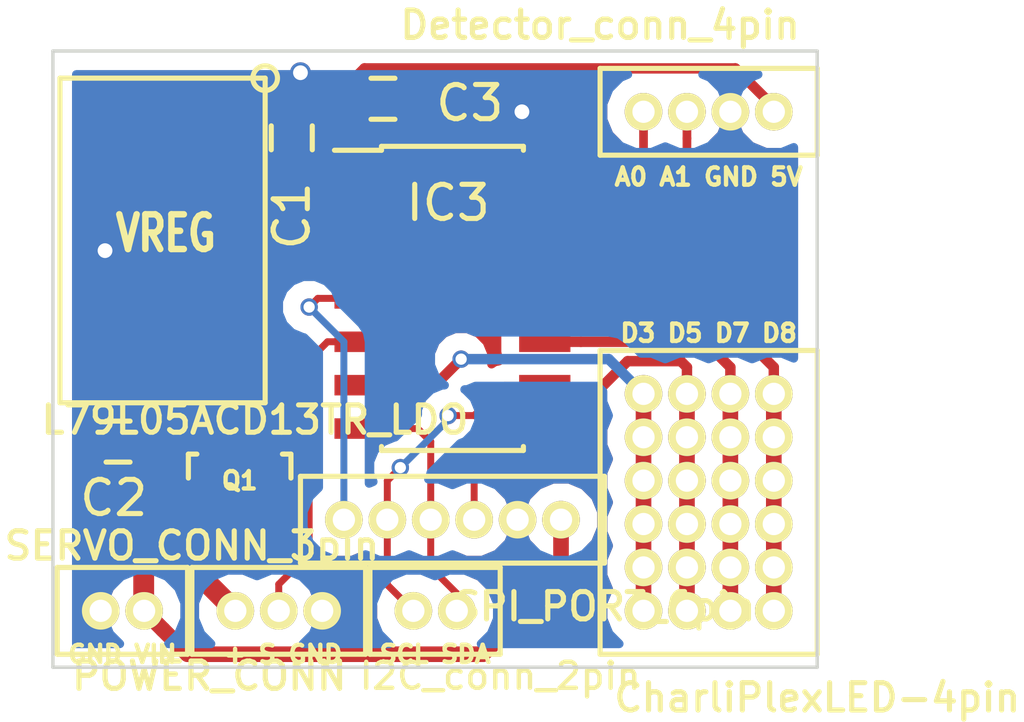
<source format=kicad_pcb>
(kicad_pcb (version 4) (host pcbnew "(2014-12-04 BZR 5312)-product")

  (general
    (links 55)
    (no_connects 19)
    (area 118.410333 27.733 148.746811 49.67)
    (thickness 1.6)
    (drawings 10)
    (tracks 103)
    (zones 0)
    (modules 12)
    (nets 18)
  )

  (page A4)
  (layers
    (0 F.Cu signal)
    (31 B.Cu signal)
    (32 B.Adhes user)
    (33 F.Adhes user)
    (34 B.Paste user)
    (35 F.Paste user)
    (36 B.SilkS user)
    (37 F.SilkS user)
    (38 B.Mask user)
    (39 F.Mask user)
    (40 Dwgs.User user hide)
    (41 Cmts.User user hide)
    (42 Eco1.User user hide)
    (43 Eco2.User user hide)
    (44 Edge.Cuts user)
    (45 Margin user)
    (46 B.CrtYd user)
    (47 F.CrtYd user)
    (48 B.Fab user)
    (49 F.Fab user)
  )

  (setup
    (last_trace_width 0.4572)
    (user_trace_width 0.1524)
    (user_trace_width 0.2032)
    (user_trace_width 0.254)
    (user_trace_width 0.3048)
    (user_trace_width 0.4572)
    (user_trace_width 0.6096)
    (trace_clearance 0.254)
    (zone_clearance 0.508)
    (zone_45_only no)
    (trace_min 0.1524)
    (segment_width 0.2)
    (edge_width 0.1)
    (via_size 0.889)
    (via_drill 0.635)
    (via_min_size 0.508)
    (via_min_drill 0.3302)
    (user_via 0.508 0.3302)
    (user_via 0.6096 0.4318)
    (uvia_size 0.508)
    (uvia_drill 0.127)
    (uvias_allowed no)
    (uvia_min_size 0.508)
    (uvia_min_drill 0.127)
    (pcb_text_width 0.3)
    (pcb_text_size 1.5 1.5)
    (mod_edge_width 0.15)
    (mod_text_size 1 1)
    (mod_text_width 0.15)
    (pad_size 1.1 1.1)
    (pad_drill 0.65)
    (pad_to_mask_clearance 0)
    (aux_axis_origin 0 0)
    (grid_origin 126.746 41.402)
    (visible_elements 7FFEF77F)
    (pcbplotparams
      (layerselection 0x010f0_80000001)
      (usegerberextensions false)
      (excludeedgelayer true)
      (linewidth 0.100000)
      (plotframeref false)
      (viasonmask false)
      (mode 1)
      (useauxorigin false)
      (hpglpennumber 1)
      (hpglpenspeed 20)
      (hpglpendiameter 15)
      (hpglpenoverlay 2)
      (psnegative false)
      (psa4output false)
      (plotreference true)
      (plotvalue false)
      (plotinvisibletext false)
      (padsonsilk false)
      (subtractmaskfromsilk false)
      (outputformat 1)
      (mirror false)
      (drillshape 0)
      (scaleselection 1)
      (outputdirectory C:/KiCad/Projects/AMRR_Node/Gerber/))
  )

  (net 0 "")
  (net 1 +5V)
  (net 2 GND)
  (net 3 SDA)
  (net 4 SCL)
  (net 5 VIN)
  (net 6 CP1)
  (net 7 CP2)
  (net 8 CP3)
  (net 9 CP4)
  (net 10 A0)
  (net 11 A1)
  (net 12 "Net-(IC1-Pad4)")
  (net 13 "Net-(IC3-Pad2)")
  (net 14 SERVO_POWER)
  (net 15 RESET)
  (net 16 SERVO_SIGNAL)
  (net 17 SERVO_POSITIVE)

  (net_class Default "This is the default net class."
    (clearance 0.254)
    (trace_width 0.254)
    (via_dia 0.889)
    (via_drill 0.635)
    (uvia_dia 0.508)
    (uvia_drill 0.127)
    (add_net +5V)
    (add_net A0)
    (add_net A1)
    (add_net CP1)
    (add_net CP2)
    (add_net CP3)
    (add_net CP4)
    (add_net GND)
    (add_net "Net-(IC1-Pad4)")
    (add_net "Net-(IC3-Pad2)")
    (add_net RESET)
    (add_net SCL)
    (add_net SDA)
    (add_net SERVO_POSITIVE)
    (add_net SERVO_POWER)
    (add_net SERVO_SIGNAL)
    (add_net VIN)
  )

  (module Capacitors_SMD:C_0603 (layer F.Cu) (tedit 5515708D) (tstamp 550C62A4)
    (at 127.127 32.258 90)
    (descr "Capacitor SMD 0603, reflow soldering, AVX (see smccp.pdf)")
    (tags "capacitor 0603")
    (path /550C4541)
    (attr smd)
    (fp_text reference C1 (at -2.286 0 90) (layer F.SilkS)
      (effects (font (size 1 1) (thickness 0.15)))
    )
    (fp_text value 0.33uF (at 0 1.9 90) (layer F.Fab)
      (effects (font (size 1 1) (thickness 0.15)))
    )
    (fp_line (start -1.45 -0.75) (end 1.45 -0.75) (layer F.CrtYd) (width 0.05))
    (fp_line (start -1.45 0.75) (end 1.45 0.75) (layer F.CrtYd) (width 0.05))
    (fp_line (start -1.45 -0.75) (end -1.45 0.75) (layer F.CrtYd) (width 0.05))
    (fp_line (start 1.45 -0.75) (end 1.45 0.75) (layer F.CrtYd) (width 0.05))
    (fp_line (start -0.35 -0.6) (end 0.35 -0.6) (layer F.SilkS) (width 0.15))
    (fp_line (start 0.35 0.6) (end -0.35 0.6) (layer F.SilkS) (width 0.15))
    (pad 1 smd rect (at -0.75 0 90) (size 0.8 0.75) (layers F.Cu F.Paste F.Mask)
      (net 1 +5V))
    (pad 2 smd rect (at 0.75 0 90) (size 0.8 0.75) (layers F.Cu F.Paste F.Mask)
      (net 2 GND))
    (model Capacitors_SMD.3dshapes/C_0603.wrl
      (at (xyz 0 0 0))
      (scale (xyz 1 1 1))
      (rotate (xyz 0 0 0))
    )
  )

  (module Capacitors_SMD:C_0603 (layer F.Cu) (tedit 551570DE) (tstamp 550C62AA)
    (at 122.047 41.148 180)
    (descr "Capacitor SMD 0603, reflow soldering, AVX (see smccp.pdf)")
    (tags "capacitor 0603")
    (path /550C4566)
    (attr smd)
    (fp_text reference C2 (at 0.127 -1.651 180) (layer F.SilkS)
      (effects (font (size 1 1) (thickness 0.15)))
    )
    (fp_text value 0.1uF (at 0 1.9 180) (layer F.Fab)
      (effects (font (size 1 1) (thickness 0.15)))
    )
    (fp_line (start -1.45 -0.75) (end 1.45 -0.75) (layer F.CrtYd) (width 0.05))
    (fp_line (start -1.45 0.75) (end 1.45 0.75) (layer F.CrtYd) (width 0.05))
    (fp_line (start -1.45 -0.75) (end -1.45 0.75) (layer F.CrtYd) (width 0.05))
    (fp_line (start 1.45 -0.75) (end 1.45 0.75) (layer F.CrtYd) (width 0.05))
    (fp_line (start -0.35 -0.6) (end 0.35 -0.6) (layer F.SilkS) (width 0.15))
    (fp_line (start 0.35 0.6) (end -0.35 0.6) (layer F.SilkS) (width 0.15))
    (pad 1 smd rect (at -0.75 0 180) (size 0.8 0.75) (layers F.Cu F.Paste F.Mask)
      (net 5 VIN))
    (pad 2 smd rect (at 0.75 0 180) (size 0.8 0.75) (layers F.Cu F.Paste F.Mask)
      (net 2 GND))
    (model Capacitors_SMD.3dshapes/C_0603.wrl
      (at (xyz 0 0 0))
      (scale (xyz 1 1 1))
      (rotate (xyz 0 0 0))
    )
  )

  (module Capacitors_SMD:C_0603 (layer F.Cu) (tedit 551570D6) (tstamp 550C62B0)
    (at 129.794 31.115)
    (descr "Capacitor SMD 0603, reflow soldering, AVX (see smccp.pdf)")
    (tags "capacitor 0603")
    (path /550B1A0D)
    (attr smd)
    (fp_text reference C3 (at 2.54 0.127) (layer F.SilkS)
      (effects (font (size 1 1) (thickness 0.15)))
    )
    (fp_text value C (at 0 1.9) (layer F.Fab)
      (effects (font (size 1 1) (thickness 0.15)))
    )
    (fp_line (start -1.45 -0.75) (end 1.45 -0.75) (layer F.CrtYd) (width 0.05))
    (fp_line (start -1.45 0.75) (end 1.45 0.75) (layer F.CrtYd) (width 0.05))
    (fp_line (start -1.45 -0.75) (end -1.45 0.75) (layer F.CrtYd) (width 0.05))
    (fp_line (start 1.45 -0.75) (end 1.45 0.75) (layer F.CrtYd) (width 0.05))
    (fp_line (start -0.35 -0.6) (end 0.35 -0.6) (layer F.SilkS) (width 0.15))
    (fp_line (start 0.35 0.6) (end -0.35 0.6) (layer F.SilkS) (width 0.15))
    (pad 1 smd rect (at -0.75 0) (size 0.8 0.75) (layers F.Cu F.Paste F.Mask)
      (net 1 +5V))
    (pad 2 smd rect (at 0.75 0) (size 0.8 0.75) (layers F.Cu F.Paste F.Mask)
      (net 2 GND))
    (model Capacitors_SMD.3dshapes/C_0603.wrl
      (at (xyz 0 0 0))
      (scale (xyz 1 1 1))
      (rotate (xyz 0 0 0))
    )
  )

  (module custom_footprints:I2C_conn_2pin (layer F.Cu) (tedit 550C5A01) (tstamp 550C62BA)
    (at 130.683 46.101 180)
    (path /550C6329)
    (fp_text reference conn1 (at -1.27 2.54 180) (layer F.SilkS) hide
      (effects (font (size 1.5 1.5) (thickness 0.15)))
    )
    (fp_text value I2C_conn_2pin (at -2.54 -1.905 180) (layer F.SilkS)
      (effects (font (size 0.762 0.762) (thickness 0.127)))
    )
    (fp_line (start -2.54 -1.27) (end -2.54 1.27) (layer F.SilkS) (width 0.15))
    (fp_line (start -2.54 1.27) (end 1.27 1.27) (layer F.SilkS) (width 0.15))
    (fp_line (start 1.27 1.27) (end 1.27 -1.27) (layer F.SilkS) (width 0.15))
    (fp_line (start 1.27 -1.27) (end -2.54 -1.27) (layer F.SilkS) (width 0.15))
    (pad 1 thru_hole circle (at -1.27 0 180) (size 1.1 1.1) (drill 0.65) (layers *.Cu *.Mask F.SilkS)
      (net 3 SDA) (solder_mask_margin 0.1778) (clearance 0.1778))
    (pad 2 thru_hole circle (at 0 0 180) (size 1.1 1.1) (drill 0.65) (layers *.Cu *.Mask F.SilkS)
      (net 4 SCL) (solder_mask_margin 0.1778) (clearance 0.1778))
  )

  (module custom_footprints:PWR_CONN_1.27mm (layer F.Cu) (tedit 550C5A87) (tstamp 550C62C4)
    (at 122.809 46.101 180)
    (path /550C63FC)
    (fp_text reference conn2 (at 0.635 3.175 180) (layer F.SilkS) hide
      (effects (font (size 1.5 1.5) (thickness 0.15)))
    )
    (fp_text value POWER_CONN (at -1.905 -1.905 180) (layer F.SilkS)
      (effects (font (size 0.8 0.8) (thickness 0.15)))
    )
    (fp_line (start -1.27 -1.27) (end -1.27 1.27) (layer F.SilkS) (width 0.15))
    (fp_line (start -1.27 1.27) (end 2.54 1.27) (layer F.SilkS) (width 0.15))
    (fp_line (start 2.54 1.27) (end 2.54 -1.27) (layer F.SilkS) (width 0.15))
    (fp_line (start 2.54 -1.27) (end -1.27 -1.27) (layer F.SilkS) (width 0.15))
    (pad 1 thru_hole circle (at 0 0 180) (size 1.1 1.1) (drill 0.65) (layers *.Cu *.Mask F.SilkS)
      (net 5 VIN))
    (pad 2 thru_hole circle (at 1.27 0 180) (size 1.1 1.1) (drill 0.65) (layers *.Cu *.Mask F.SilkS)
      (net 2 GND))
  )

  (module custom_footprints:Charliplex_LED_4pin (layer F.Cu) (tedit 550C5BB9) (tstamp 55156FCD)
    (at 139.954 39.751 180)
    (path /550C55AF)
    (fp_text reference IC2 (at 0.635 3.175 180) (layer F.SilkS) hide
      (effects (font (size 1.5 1.5) (thickness 0.15)))
    )
    (fp_text value CharliPlexLED-4pin (at -2.54 -8.89 180) (layer F.SilkS)
      (effects (font (size 0.8 0.8) (thickness 0.15)))
    )
    (fp_line (start -2.54 -7.62) (end -2.54 1.27) (layer F.SilkS) (width 0.15))
    (fp_line (start -2.54 1.27) (end 3.81 1.27) (layer F.SilkS) (width 0.15))
    (fp_line (start 3.81 1.27) (end 3.81 -7.62) (layer F.SilkS) (width 0.15))
    (fp_line (start 3.81 -7.62) (end -2.54 -7.62) (layer F.SilkS) (width 0.15))
    (pad 1 thru_hole circle (at -1.27 0 180) (size 1.1 1.1) (drill 0.65) (layers *.Cu *.Mask F.SilkS)
      (net 6 CP1))
    (pad 2 thru_hole circle (at 0 0 180) (size 1.1 1.1) (drill 0.65) (layers *.Cu *.Mask F.SilkS)
      (net 7 CP2))
    (pad 3 thru_hole circle (at 1.27 0 180) (size 1.1 1.1) (drill 0.65) (layers *.Cu *.Mask F.SilkS)
      (net 8 CP3))
    (pad 4 thru_hole circle (at 2.54 0 180) (size 1.1 1.1) (drill 0.65) (layers *.Cu *.Mask F.SilkS)
      (net 9 CP4))
    (pad 4 thru_hole circle (at 2.54 -1.27 180) (size 1.1 1.1) (drill 0.65) (layers *.Cu *.Mask F.SilkS)
      (net 9 CP4))
    (pad 4 thru_hole circle (at 2.54 -2.54 180) (size 1.1 1.1) (drill 0.65) (layers *.Cu *.Mask F.SilkS)
      (net 9 CP4))
    (pad 4 thru_hole circle (at 2.54 -3.81 180) (size 1.1 1.1) (drill 0.65) (layers *.Cu *.Mask F.SilkS)
      (net 9 CP4))
    (pad 4 thru_hole circle (at 2.54 -5.08 180) (size 1.1 1.1) (drill 0.65) (layers *.Cu *.Mask F.SilkS)
      (net 9 CP4))
    (pad 4 thru_hole circle (at 2.54 -6.35 180) (size 1.1 1.1) (drill 0.65) (layers *.Cu *.Mask F.SilkS)
      (net 9 CP4))
    (pad 3 thru_hole circle (at 1.27 -1.27 180) (size 1.1 1.1) (drill 0.65) (layers *.Cu *.Mask F.SilkS)
      (net 8 CP3))
    (pad 3 thru_hole circle (at 1.27 -2.54 180) (size 1.1 1.1) (drill 0.65) (layers *.Cu *.Mask F.SilkS)
      (net 8 CP3))
    (pad 3 thru_hole circle (at 1.27 -3.81 180) (size 1.1 1.1) (drill 0.65) (layers *.Cu *.Mask F.SilkS)
      (net 8 CP3))
    (pad 3 thru_hole circle (at 1.27 -5.08 180) (size 1.1 1.1) (drill 0.65) (layers *.Cu *.Mask F.SilkS)
      (net 8 CP3))
    (pad 3 thru_hole circle (at 1.27 -6.35 180) (size 1.1 1.1) (drill 0.65) (layers *.Cu *.Mask F.SilkS)
      (net 8 CP3))
    (pad 2 thru_hole circle (at 0 -1.27 180) (size 1.1 1.1) (drill 0.65) (layers *.Cu *.Mask F.SilkS)
      (net 7 CP2))
    (pad 2 thru_hole circle (at 0 -2.54 180) (size 1.1 1.1) (drill 0.65) (layers *.Cu *.Mask F.SilkS)
      (net 7 CP2))
    (pad 2 thru_hole circle (at 0 -3.81 180) (size 1.1 1.1) (drill 0.65) (layers *.Cu *.Mask F.SilkS)
      (net 7 CP2))
    (pad 2 thru_hole circle (at 0 -5.08 180) (size 1.1 1.1) (drill 0.65) (layers *.Cu *.Mask F.SilkS)
      (net 7 CP2))
    (pad 2 thru_hole circle (at 0 -6.35 180) (size 1.1 1.1) (drill 0.65) (layers *.Cu *.Mask F.SilkS)
      (net 7 CP2))
    (pad 1 thru_hole circle (at -1.27 -1.27 180) (size 1.1 1.1) (drill 0.65) (layers *.Cu *.Mask F.SilkS)
      (net 6 CP1))
    (pad 1 thru_hole circle (at -1.27 -2.54 180) (size 1.1 1.1) (drill 0.65) (layers *.Cu *.Mask F.SilkS)
      (net 6 CP1))
    (pad 1 thru_hole circle (at -1.27 -3.81 180) (size 1.1 1.1) (drill 0.65) (layers *.Cu *.Mask F.SilkS)
      (net 6 CP1))
    (pad 1 thru_hole circle (at -1.27 -5.08 180) (size 1.1 1.1) (drill 0.65) (layers *.Cu *.Mask F.SilkS)
      (net 6 CP1))
    (pad 1 thru_hole circle (at -1.27 -6.35 180) (size 1.1 1.1) (drill 0.65) (layers *.Cu *.Mask F.SilkS)
      (net 6 CP1))
  )

  (module custom_footprints:Detector_conn_4pin (layer F.Cu) (tedit 550C5D0A) (tstamp 550C6301)
    (at 139.319 31.496)
    (path /550CB55C)
    (fp_text reference U3 (at 0 4.445) (layer F.SilkS) hide
      (effects (font (size 1.5 1.5) (thickness 0.15)))
    )
    (fp_text value Detector_conn_4pin (at -3.175 -2.54) (layer F.SilkS)
      (effects (font (size 0.8 0.8) (thickness 0.15)))
    )
    (fp_line (start -3.175 -1.27) (end 3.175 -1.27) (layer F.SilkS) (width 0.15))
    (fp_line (start 3.175 -1.27) (end 3.175 1.27) (layer F.SilkS) (width 0.15))
    (fp_line (start 3.175 1.27) (end -3.175 1.27) (layer F.SilkS) (width 0.15))
    (fp_line (start -3.175 1.27) (end -3.175 -1.27) (layer F.SilkS) (width 0.15))
    (pad 1 thru_hole circle (at -1.905 0) (size 1.1 1.1) (drill 0.65) (layers *.Cu *.Mask F.SilkS)
      (net 10 A0))
    (pad 2 thru_hole circle (at -0.635 0) (size 1.1 1.1) (drill 0.65) (layers *.Cu *.Mask F.SilkS)
      (net 11 A1))
    (pad 3 thru_hole circle (at 0.635 0) (size 1.1 1.1) (drill 0.65) (layers *.Cu *.Mask F.SilkS)
      (net 2 GND))
    (pad 4 thru_hole circle (at 1.905 0) (size 1.1 1.1) (drill 0.65) (layers *.Cu *.Mask F.SilkS)
      (net 1 +5V))
  )

  (module custom_footprints:SO8-L79L (layer F.Cu) (tedit 550C632B) (tstamp 55157EC6)
    (at 125.349 32.512 180)
    (path /550C44D3)
    (fp_text reference IC1 (at 2.1 3.6 180) (layer F.SilkS) hide
      (effects (font (size 1 1) (thickness 0.15)))
    )
    (fp_text value L79L05ACD13TR_LDO (at -0.7 -8 180) (layer F.SilkS)
      (effects (font (size 0.8 0.8) (thickness 0.15)))
    )
    (fp_circle (center -1 2) (end -0.7 2.2) (layer F.SilkS) (width 0.15))
    (fp_line (start -1 -7.5) (end -1 2) (layer F.SilkS) (width 0.15))
    (fp_line (start -1 2) (end 5 2) (layer F.SilkS) (width 0.15))
    (fp_line (start 5 2) (end 5 -7.5) (layer F.SilkS) (width 0.15))
    (fp_line (start 5 -7.5) (end -1 -7.5) (layer F.SilkS) (width 0.15))
    (pad 3 smd rect (at 0 0 180) (size 0.6 2.7) (layers F.Cu F.Paste F.Mask)
      (net 1 +5V))
    (pad 1 smd rect (at 1.27 0 180) (size 0.6 2.7) (layers F.Cu F.Paste F.Mask)
      (net 5 VIN))
    (pad 1 smd rect (at 2.54 0 180) (size 0.6 2.7) (layers F.Cu F.Paste F.Mask)
      (net 5 VIN))
    (pad 4 smd rect (at 3.81 0 180) (size 0.6 2.7) (layers F.Cu F.Paste F.Mask)
      (net 12 "Net-(IC1-Pad4)"))
    (pad 4 smd rect (at 0 -5.3 180) (size 0.6 2.7) (layers F.Cu F.Paste F.Mask)
      (net 12 "Net-(IC1-Pad4)"))
    (pad 1 smd rect (at 1.27 -5.28 180) (size 0.6 2.7) (layers F.Cu F.Paste F.Mask)
      (net 5 VIN))
    (pad 1 smd rect (at 2.54 -5.28 180) (size 0.6 2.7) (layers F.Cu F.Paste F.Mask)
      (net 5 VIN))
    (pad 2 smd rect (at 3.81 -5.28 180) (size 0.6 2.7) (layers F.Cu F.Paste F.Mask)
      (net 2 GND))
  )

  (module Housings_SOIC:SOIC-14_3.9x8.7mm_Pitch1.27mm (layer F.Cu) (tedit 550C69C6) (tstamp 55156FEB)
    (at 131.826 36.957)
    (descr "14-Lead Plastic Small Outline (SL) - Narrow, 3.90 mm Body [SOIC] (see Microchip Packaging Specification 00000049BS.pdf)")
    (tags "SOIC 1.27")
    (path /550B19CC)
    (attr smd)
    (fp_text reference IC3 (at -0.127 -2.794) (layer F.SilkS)
      (effects (font (size 1 1) (thickness 0.15)))
    )
    (fp_text value ATTINY841-SSU (at 0 5.375) (layer F.Fab)
      (effects (font (size 1 1) (thickness 0.15)))
    )
    (fp_line (start -3.7 -4.65) (end -3.7 4.65) (layer F.CrtYd) (width 0.05))
    (fp_line (start 3.7 -4.65) (end 3.7 4.65) (layer F.CrtYd) (width 0.05))
    (fp_line (start -3.7 -4.65) (end 3.7 -4.65) (layer F.CrtYd) (width 0.05))
    (fp_line (start -3.7 4.65) (end 3.7 4.65) (layer F.CrtYd) (width 0.05))
    (fp_line (start -2.075 -4.45) (end -2.075 -4.335) (layer F.SilkS) (width 0.15))
    (fp_line (start 2.075 -4.45) (end 2.075 -4.335) (layer F.SilkS) (width 0.15))
    (fp_line (start 2.075 4.45) (end 2.075 4.335) (layer F.SilkS) (width 0.15))
    (fp_line (start -2.075 4.45) (end -2.075 4.335) (layer F.SilkS) (width 0.15))
    (fp_line (start -2.075 -4.45) (end 2.075 -4.45) (layer F.SilkS) (width 0.15))
    (fp_line (start -2.075 4.45) (end 2.075 4.45) (layer F.SilkS) (width 0.15))
    (fp_line (start -2.075 -4.335) (end -3.45 -4.335) (layer F.SilkS) (width 0.15))
    (pad 1 smd rect (at -2.7 -3.81) (size 1.5 0.6) (layers F.Cu F.Paste F.Mask)
      (net 1 +5V))
    (pad 2 smd rect (at -2.7 -2.54) (size 1.5 0.6) (layers F.Cu F.Paste F.Mask)
      (net 13 "Net-(IC3-Pad2)"))
    (pad 3 smd rect (at -2.7 -1.27) (size 1.5 0.6) (layers F.Cu F.Paste F.Mask)
      (net 14 SERVO_POWER))
    (pad 4 smd rect (at -2.7 0) (size 1.5 0.6) (layers F.Cu F.Paste F.Mask)
      (net 15 RESET))
    (pad 5 smd rect (at -2.7 1.27) (size 1.5 0.6) (layers F.Cu F.Paste F.Mask)
      (net 16 SERVO_SIGNAL))
    (pad 6 smd rect (at -2.7 2.54) (size 1.5 0.6) (layers F.Cu F.Paste F.Mask)
      (net 9 CP4))
    (pad 7 smd rect (at -2.7 3.81) (size 1.5 0.6) (layers F.Cu F.Paste F.Mask)
      (net 3 SDA))
    (pad 8 smd rect (at 2.7 3.81) (size 1.5 0.6) (layers F.Cu F.Paste F.Mask)
      (net 8 CP3))
    (pad 9 smd rect (at 2.7 2.54) (size 1.5 0.6) (layers F.Cu F.Paste F.Mask)
      (net 4 SCL))
    (pad 10 smd rect (at 2.7 1.27) (size 1.5 0.6) (layers F.Cu F.Paste F.Mask)
      (net 7 CP2))
    (pad 11 smd rect (at 2.7 0) (size 1.5 0.6) (layers F.Cu F.Paste F.Mask)
      (net 6 CP1))
    (pad 12 smd rect (at 2.7 -1.27) (size 1.5 0.6) (layers F.Cu F.Paste F.Mask)
      (net 11 A1))
    (pad 13 smd rect (at 2.7 -2.54) (size 1.5 0.6) (layers F.Cu F.Paste F.Mask)
      (net 10 A0))
    (pad 14 smd rect (at 2.7 -3.81) (size 1.5 0.6) (layers F.Cu F.Paste F.Mask)
      (net 2 GND))
    (model Housings_SOIC.3dshapes/SOIC-14_3.9x8.7mm_Pitch1.27mm.wrl
      (at (xyz 0 0 0))
      (scale (xyz 1 1 1))
      (rotate (xyz 0 0 0))
    )
  )

  (module Housings_SOT-23_SOT-143_TSOT-6:SOT-23 (layer F.Cu) (tedit 55157F82) (tstamp 550C6851)
    (at 125.603 42.164)
    (descr "SOT-23, Standard")
    (tags SOT-23)
    (path /550C6457)
    (attr smd)
    (fp_text reference Q1 (at 0 0.127) (layer F.SilkS)
      (effects (font (size 0.508 0.508) (thickness 0.127)))
    )
    (fp_text value NPN (at 0 3.81) (layer F.Fab)
      (effects (font (size 1 1) (thickness 0.15)))
    )
    (fp_line (start 1.29916 -0.65024) (end 1.2509 -0.65024) (layer F.SilkS) (width 0.15))
    (fp_line (start -1.49982 0.0508) (end -1.49982 -0.65024) (layer F.SilkS) (width 0.15))
    (fp_line (start -1.49982 -0.65024) (end -1.2509 -0.65024) (layer F.SilkS) (width 0.15))
    (fp_line (start 1.29916 -0.65024) (end 1.49982 -0.65024) (layer F.SilkS) (width 0.15))
    (fp_line (start 1.49982 -0.65024) (end 1.49982 0.0508) (layer F.SilkS) (width 0.15))
    (pad 1 smd rect (at -0.95 1.00076) (size 0.8001 0.8001) (layers F.Cu F.Paste F.Mask)
      (net 17 SERVO_POSITIVE))
    (pad 2 smd rect (at 0.95 1.00076) (size 0.8001 0.8001) (layers F.Cu F.Paste F.Mask)
      (net 14 SERVO_POWER))
    (pad 3 smd rect (at 0 -0.99822) (size 0.8001 0.8001) (layers F.Cu F.Paste F.Mask)
      (net 5 VIN))
    (model Housings_SOT-23_SOT-143_TSOT-6.3dshapes/SOT-23.wrl
      (at (xyz 0 0 0))
      (scale (xyz 1 1 1))
      (rotate (xyz 0 0 0))
    )
  )

  (module custom_footprints:SPI_PORT_6pin (layer F.Cu) (tedit 550C68A9) (tstamp 550C6FB5)
    (at 132.461 43.434 180)
    (path /550C9EBE)
    (fp_text reference U2 (at 0 3.81 180) (layer F.SilkS) hide
      (effects (font (size 1.5 1.5) (thickness 0.15)))
    )
    (fp_text value SPI_PORT_6pin (at -3.81 -2.54 180) (layer F.SilkS)
      (effects (font (size 0.8 0.8) (thickness 0.15)))
    )
    (fp_line (start 3.81 -1.27) (end 5.08 -1.27) (layer F.SilkS) (width 0.15))
    (fp_line (start 5.08 -1.27) (end 5.08 1.27) (layer F.SilkS) (width 0.15))
    (fp_line (start 5.08 1.27) (end 3.81 1.27) (layer F.SilkS) (width 0.15))
    (fp_line (start -3.81 -1.27) (end 3.81 -1.27) (layer F.SilkS) (width 0.15))
    (fp_line (start 3.81 1.27) (end -3.81 1.27) (layer F.SilkS) (width 0.15))
    (fp_line (start -3.81 1.27) (end -3.81 -1.27) (layer F.SilkS) (width 0.15))
    (pad 6 thru_hole circle (at 3.81 0 180) (size 1.1 1.1) (drill 0.65) (layers *.Cu *.Mask F.SilkS)
      (net 15 RESET))
    (pad 1 thru_hole circle (at -2.54 0 180) (size 1.1 1.1) (drill 0.65) (layers *.Cu *.Mask F.SilkS)
      (net 5 VIN))
    (pad 2 thru_hole circle (at -1.27 0 180) (size 1.1 1.1) (drill 0.65) (layers *.Cu *.Mask F.SilkS)
      (net 2 GND))
    (pad 3 thru_hole circle (at 0 0 180) (size 1.1 1.1) (drill 0.65) (layers *.Cu *.Mask F.SilkS)
      (net 8 CP3))
    (pad 4 thru_hole circle (at 1.27 0 180) (size 1.1 1.1) (drill 0.65) (layers *.Cu *.Mask F.SilkS)
      (net 3 SDA))
    (pad 5 thru_hole circle (at 2.54 0 180) (size 1.1 1.1) (drill 0.65) (layers *.Cu *.Mask F.SilkS)
      (net 4 SCL))
  )

  (module custom_footprints:SERVO_CONN_3pin_corrected (layer F.Cu) (tedit 550C6AD4) (tstamp 55156ACA)
    (at 126.746 46.101)
    (path /550C96AD)
    (fp_text reference U1 (at 0 2.54) (layer F.SilkS) hide
      (effects (font (size 1 1) (thickness 0.15)))
    )
    (fp_text value SERVO_CONN_3pin (at -2.54 -1.905) (layer F.SilkS)
      (effects (font (size 0.8 0.8) (thickness 0.15)))
    )
    (fp_line (start -2.54 -1.27) (end 2.54 -1.27) (layer F.SilkS) (width 0.15))
    (fp_line (start 2.54 -1.27) (end 2.54 1.27) (layer F.SilkS) (width 0.15))
    (fp_line (start 2.54 1.27) (end -2.54 1.27) (layer F.SilkS) (width 0.15))
    (fp_line (start -2.54 1.27) (end -2.54 -1.27) (layer F.SilkS) (width 0.15))
    (pad 1 thru_hole circle (at -1.27 0) (size 1.1 1.1) (drill 0.65) (layers *.Cu *.Mask F.SilkS)
      (net 17 SERVO_POSITIVE))
    (pad 2 thru_hole circle (at 0 0) (size 1.1 1.1) (drill 0.65) (layers *.Cu *.Mask F.SilkS)
      (net 16 SERVO_SIGNAL))
    (pad 3 thru_hole circle (at 1.27 0) (size 1.1 1.1) (drill 0.65) (layers *.Cu *.Mask F.SilkS)
      (net 2 GND))
  )

  (gr_text "GND VIN\n" (at 122.174 47.371) (layer F.SilkS)
    (effects (font (size 0.508 0.508) (thickness 0.127)))
  )
  (gr_text "+ S GND" (at 126.873 47.371) (layer F.SilkS)
    (effects (font (size 0.508 0.508) (thickness 0.127)))
  )
  (gr_text "SCL SDA" (at 131.318 47.371) (layer F.SilkS)
    (effects (font (size 0.508 0.508) (thickness 0.127)))
  )
  (gr_text "A0 A1 GND 5V" (at 139.319 33.401) (layer F.SilkS)
    (effects (font (size 0.508 0.508) (thickness 0.127)))
  )
  (gr_text VREG (at 123.444 35.052) (layer F.SilkS)
    (effects (font (size 1.016 0.762) (thickness 0.1905)))
  )
  (gr_text "D3 D5 D7 D8" (at 139.319 37.973) (layer F.SilkS)
    (effects (font (size 0.508 0.508) (thickness 0.127)))
  )
  (gr_line (start 120.142 47.752) (end 120.142 29.718) (angle 90) (layer Edge.Cuts) (width 0.1))
  (gr_line (start 142.494 47.752) (end 120.142 47.752) (angle 90) (layer Edge.Cuts) (width 0.1))
  (gr_line (start 142.494 29.718) (end 142.494 47.752) (angle 90) (layer Edge.Cuts) (width 0.1))
  (gr_line (start 120.142 29.718) (end 142.494 29.718) (angle 90) (layer Edge.Cuts) (width 0.1))

  (segment (start 141.224 31.496) (end 141.224 31.350526) (width 0.3048) (layer F.Cu) (net 1))
  (segment (start 141.224 31.350526) (end 140.099474 30.226) (width 0.3048) (layer F.Cu) (net 1))
  (segment (start 140.099474 30.226) (end 129.2532 30.226) (width 0.3048) (layer F.Cu) (net 1))
  (segment (start 129.2532 30.226) (end 129.044 30.4352) (width 0.3048) (layer F.Cu) (net 1))
  (segment (start 129.044 30.4352) (end 129.044 31.115) (width 0.3048) (layer F.Cu) (net 1))
  (segment (start 125.349 32.512) (end 125.349 32.639) (width 0.6096) (layer F.Cu) (net 1))
  (segment (start 125.349 32.639) (end 125.718 33.008) (width 0.6096) (layer F.Cu) (net 1) (tstamp 55157F9B))
  (segment (start 125.718 33.008) (end 128.987 33.008) (width 0.6096) (layer F.Cu) (net 1) (tstamp 55157F9F))
  (segment (start 128.987 33.008) (end 129.126 33.147) (width 0.6096) (layer F.Cu) (net 1) (tstamp 55157FA0))
  (segment (start 128.987 33.008) (end 129.044 32.951) (width 0.6096) (layer F.Cu) (net 1) (tstamp 5515726D))
  (segment (start 129.044 32.951) (end 129.044 31.115) (width 0.6096) (layer F.Cu) (net 1) (tstamp 5515726F))
  (segment (start 121.539 37.792) (end 121.539 35.687) (width 0.4572) (layer F.Cu) (net 2))
  (segment (start 121.539 35.687) (end 121.666 35.56) (width 0.4572) (layer F.Cu) (net 2))
  (via (at 121.666 35.56) (size 0.6096) (drill 0.4318) (layers F.Cu B.Cu) (net 2))
  (segment (start 121.539 37.792) (end 121.539 40.906) (width 0.4572) (layer F.Cu) (net 2))
  (segment (start 121.539 40.906) (end 121.297 41.148) (width 0.4572) (layer F.Cu) (net 2) (tstamp 55159898))
  (segment (start 127.127 31.508) (end 127.127 30.607) (width 0.4572) (layer F.Cu) (net 2))
  (via (at 127.381 30.353) (size 0.6096) (drill 0.4318) (layers F.Cu B.Cu) (net 2))
  (segment (start 127.127 30.607) (end 127.381 30.353) (width 0.4572) (layer F.Cu) (net 2) (tstamp 55159874))
  (segment (start 130.544 31.115) (end 133.477 31.115) (width 0.4572) (layer F.Cu) (net 2))
  (segment (start 134.526 32.164) (end 133.858 31.496) (width 0.4572) (layer F.Cu) (net 2) (tstamp 55159844))
  (via (at 133.858 31.496) (size 0.6096) (drill 0.4318) (layers F.Cu B.Cu) (net 2))
  (segment (start 134.526 32.164) (end 134.526 33.147) (width 0.4572) (layer F.Cu) (net 2))
  (segment (start 133.477 31.115) (end 133.858 31.496) (width 0.4572) (layer F.Cu) (net 2) (tstamp 55159860))
  (segment (start 129.126 40.767) (end 130.81 40.767) (width 0.2032) (layer F.Cu) (net 3))
  (segment (start 131.191 41.148) (end 131.191 43.434) (width 0.2032) (layer F.Cu) (net 3) (tstamp 55157FE8))
  (segment (start 130.81 40.767) (end 131.191 41.148) (width 0.2032) (layer F.Cu) (net 3) (tstamp 55157FE4))
  (segment (start 131.953 46.101) (end 131.953 45.593) (width 0.2032) (layer F.Cu) (net 3))
  (segment (start 131.953 45.593) (end 131.191 44.831) (width 0.2032) (layer F.Cu) (net 3) (tstamp 55157FCC))
  (segment (start 131.191 44.831) (end 131.191 43.434) (width 0.2032) (layer F.Cu) (net 3) (tstamp 55157FCE))
  (segment (start 131.699 40.386) (end 132.461 40.386) (width 0.2032) (layer F.Cu) (net 4))
  (segment (start 132.461 40.386) (end 133.35 39.497) (width 0.2032) (layer F.Cu) (net 4))
  (segment (start 133.35 39.497) (end 134.526 39.497) (width 0.2032) (layer F.Cu) (net 4))
  (segment (start 129.921 43.434) (end 129.921 42.291) (width 0.2032) (layer F.Cu) (net 4))
  (via (at 131.699 40.386) (size 0.508) (drill 0.3302) (layers F.Cu B.Cu) (net 4))
  (segment (start 131.699 40.513) (end 131.699 40.386) (width 0.2032) (layer B.Cu) (net 4) (tstamp 55158007))
  (segment (start 130.302 41.91) (end 131.699 40.513) (width 0.2032) (layer B.Cu) (net 4) (tstamp 55158006))
  (via (at 130.302 41.91) (size 0.508) (drill 0.3302) (layers F.Cu B.Cu) (net 4))
  (segment (start 129.921 42.291) (end 130.302 41.91) (width 0.2032) (layer F.Cu) (net 4) (tstamp 55158002))
  (segment (start 129.921 43.434) (end 129.921 45.339) (width 0.2032) (layer F.Cu) (net 4))
  (segment (start 129.921 45.339) (end 130.683 46.101) (width 0.2032) (layer F.Cu) (net 4) (tstamp 55157FC4))
  (segment (start 135.001 43.434) (end 135.001 45.085) (width 0.4572) (layer F.Cu) (net 5))
  (segment (start 135.001 45.085) (end 132.715 47.371) (width 0.4572) (layer F.Cu) (net 5))
  (segment (start 132.715 47.371) (end 124.079 47.371) (width 0.4572) (layer F.Cu) (net 5))
  (segment (start 124.079 47.371) (end 123.358999 46.650999) (width 0.4572) (layer F.Cu) (net 5))
  (segment (start 123.358999 46.650999) (end 122.809 46.101) (width 0.4572) (layer F.Cu) (net 5))
  (segment (start 122.797 41.148) (end 122.797 46.089) (width 0.6096) (layer F.Cu) (net 5))
  (segment (start 122.797 46.089) (end 122.809 46.101) (width 0.6096) (layer F.Cu) (net 5) (tstamp 55159311))
  (segment (start 122.797 41.148) (end 125.58522 41.148) (width 0.6096) (layer F.Cu) (net 5))
  (segment (start 125.58522 41.148) (end 125.603 41.16578) (width 0.6096) (layer F.Cu) (net 5) (tstamp 55157FAC))
  (segment (start 122.94178 41.29278) (end 122.797 41.148) (width 0.6096) (layer F.Cu) (net 5) (tstamp 551572AC))
  (segment (start 122.797 41.148) (end 122.797 37.804) (width 0.6096) (layer F.Cu) (net 5))
  (segment (start 122.797 37.804) (end 122.809 37.792) (width 0.6096) (layer F.Cu) (net 5) (tstamp 551572A9))
  (segment (start 124.079 32.512) (end 124.079 37.792) (width 0.6096) (layer F.Cu) (net 5))
  (segment (start 124.079 37.792) (end 122.809 37.792) (width 0.6096) (layer F.Cu) (net 5))
  (segment (start 122.809 32.512) (end 124.079 32.512) (width 0.6096) (layer F.Cu) (net 5))
  (segment (start 141.224 39.751) (end 141.224 46.101) (width 0.4572) (layer F.Cu) (net 6) (status C00000))
  (segment (start 141.224 39.751) (end 141.224 38.973183) (width 0.3048) (layer F.Cu) (net 6))
  (segment (start 141.224 38.973183) (end 139.207817 36.957) (width 0.3048) (layer F.Cu) (net 6))
  (segment (start 139.207817 36.957) (end 135.5808 36.957) (width 0.3048) (layer F.Cu) (net 6))
  (segment (start 135.5808 36.957) (end 134.526 36.957) (width 0.3048) (layer F.Cu) (net 6))
  (segment (start 139.954 39.751) (end 139.954 46.101) (width 0.4572) (layer F.Cu) (net 7) (status C00000))
  (segment (start 139.954 39.751) (end 139.954 38.973183) (width 0.3048) (layer F.Cu) (net 7))
  (segment (start 139.954 38.973183) (end 139.207817 38.227) (width 0.3048) (layer F.Cu) (net 7))
  (segment (start 139.207817 38.227) (end 135.5808 38.227) (width 0.3048) (layer F.Cu) (net 7))
  (segment (start 135.5808 38.227) (end 134.526 38.227) (width 0.3048) (layer F.Cu) (net 7))
  (segment (start 138.684 39.751) (end 138.684 46.101) (width 0.4572) (layer F.Cu) (net 8) (status C00000))
  (segment (start 138.684 39.751) (end 138.684 38.973183) (width 0.3048) (layer F.Cu) (net 8))
  (segment (start 138.684 38.973183) (end 138.505416 38.794599) (width 0.3048) (layer F.Cu) (net 8))
  (segment (start 138.505416 38.794599) (end 136.948401 38.794599) (width 0.3048) (layer F.Cu) (net 8))
  (segment (start 136.948401 38.794599) (end 134.976 40.767) (width 0.3048) (layer F.Cu) (net 8))
  (segment (start 134.976 40.767) (end 134.526 40.767) (width 0.3048) (layer F.Cu) (net 8))
  (segment (start 132.461 43.434) (end 132.461 41.529) (width 0.2032) (layer F.Cu) (net 8))
  (segment (start 133.223 40.767) (end 134.526 40.767) (width 0.2032) (layer F.Cu) (net 8) (tstamp 55157FDA))
  (segment (start 132.461 41.529) (end 133.223 40.767) (width 0.2032) (layer F.Cu) (net 8) (tstamp 55157FD7))
  (segment (start 137.414 39.751) (end 137.414 46.101) (width 0.4572) (layer F.Cu) (net 9) (status C00000))
  (segment (start 132.08 38.735) (end 136.398 38.735) (width 0.3048) (layer B.Cu) (net 9))
  (segment (start 136.398 38.735) (end 137.414 39.751) (width 0.3048) (layer B.Cu) (net 9))
  (segment (start 129.126 39.497) (end 131.318 39.497) (width 0.3048) (layer F.Cu) (net 9))
  (segment (start 131.318 39.497) (end 132.08 38.735) (width 0.3048) (layer F.Cu) (net 9))
  (via (at 132.08 38.735) (size 0.508) (drill 0.3302) (layers F.Cu B.Cu) (net 9))
  (segment (start 136.525 34.417) (end 137.414 33.528) (width 0.254) (layer F.Cu) (net 10))
  (segment (start 137.414 33.528) (end 137.414 31.496) (width 0.254) (layer F.Cu) (net 10))
  (segment (start 134.526 34.417) (end 136.525 34.417) (width 0.254) (layer F.Cu) (net 10))
  (segment (start 138.684 32.273817) (end 138.684 31.496) (width 0.254) (layer F.Cu) (net 11))
  (segment (start 138.684 32.976434) (end 138.684 32.273817) (width 0.254) (layer F.Cu) (net 11))
  (segment (start 135.973434 35.687) (end 138.684 32.976434) (width 0.254) (layer F.Cu) (net 11))
  (segment (start 134.526 35.687) (end 135.973434 35.687) (width 0.254) (layer F.Cu) (net 11))
  (segment (start 129.126 35.687) (end 126.873 35.687) (width 0.2032) (layer F.Cu) (net 14))
  (segment (start 126.873 35.687) (end 126.553 36.007) (width 0.2032) (layer F.Cu) (net 14))
  (segment (start 126.553 36.007) (end 126.553 43.16476) (width 0.2032) (layer F.Cu) (net 14))
  (segment (start 127.635 37.211) (end 128.651 38.227) (width 0.2032) (layer B.Cu) (net 15))
  (segment (start 128.651 38.227) (end 128.651 43.434) (width 0.2032) (layer B.Cu) (net 15))
  (segment (start 129.126 36.957) (end 127.889 36.957) (width 0.2032) (layer F.Cu) (net 15))
  (segment (start 127.889 36.957) (end 127.635 37.211) (width 0.2032) (layer F.Cu) (net 15))
  (via (at 127.635 37.211) (size 0.508) (drill 0.3302) (layers F.Cu B.Cu) (net 15))
  (segment (start 129.126 38.227) (end 128.1728 38.227) (width 0.2032) (layer F.Cu) (net 16))
  (segment (start 128.1728 38.227) (end 127.635 38.7648) (width 0.2032) (layer F.Cu) (net 16))
  (segment (start 127.635 38.7648) (end 127.635 44.434183) (width 0.2032) (layer F.Cu) (net 16))
  (segment (start 127.635 44.434183) (end 126.746 45.323183) (width 0.2032) (layer F.Cu) (net 16))
  (segment (start 126.746 45.323183) (end 126.746 46.101) (width 0.2032) (layer F.Cu) (net 16))
  (segment (start 124.653 43.16476) (end 124.653 45.278) (width 0.6096) (layer F.Cu) (net 17))
  (segment (start 124.653 45.278) (end 125.476 46.101) (width 0.6096) (layer F.Cu) (net 17) (tstamp 55159386))

  (zone (net 2) (net_name GND) (layer B.Cu) (tstamp 551598E6) (hatch edge 0.508)
    (connect_pads yes (clearance 0.508))
    (min_thickness 0.254)
    (fill yes (arc_segments 16) (thermal_gap 0.508) (thermal_bridge_width 0.508))
    (polygon
      (pts
        (xy 120.396 29.972) (xy 142.24 29.972) (xy 142.24 47.498) (xy 120.396 47.498)
      )
    )
    (filled_polygon
      (pts
        (xy 141.809 38.710813) (xy 141.460745 38.566206) (xy 140.989323 38.565794) (xy 140.588552 38.731389) (xy 140.190745 38.566206)
        (xy 139.719323 38.565794) (xy 139.318552 38.731389) (xy 138.920745 38.566206) (xy 138.449323 38.565794) (xy 138.048552 38.731389)
        (xy 137.650745 38.566206) (xy 137.342488 38.565936) (xy 136.954776 38.178224) (xy 136.699325 38.007537) (xy 136.398 37.9476)
        (xy 132.501916 37.9476) (xy 132.257609 37.846154) (xy 131.903943 37.845846) (xy 131.57708 37.980903) (xy 131.326782 38.230764)
        (xy 131.191154 38.557391) (xy 131.190846 38.911057) (xy 131.325903 39.23792) (xy 131.575764 39.488218) (xy 131.596697 39.49691)
        (xy 131.522943 39.496846) (xy 131.19608 39.631903) (xy 130.945782 39.881764) (xy 130.810154 40.208391) (xy 130.810021 40.360268)
        (xy 130.149423 41.020866) (xy 130.125943 41.020846) (xy 129.79908 41.155903) (xy 129.548782 41.405764) (xy 129.413154 41.732391)
        (xy 129.412846 42.086057) (xy 129.510162 42.321582) (xy 129.3876 42.372224) (xy 129.3876 38.227) (xy 129.33153 37.945115)
        (xy 129.171855 37.706145) (xy 128.524133 37.058423) (xy 128.524154 37.034943) (xy 128.389097 36.70808) (xy 128.139236 36.457782)
        (xy 127.812609 36.322154) (xy 127.458943 36.321846) (xy 127.13208 36.456903) (xy 126.881782 36.706764) (xy 126.746154 37.033391)
        (xy 126.745846 37.387057) (xy 126.880903 37.71392) (xy 127.130764 37.964218) (xy 127.457391 38.099846) (xy 127.482157 38.099867)
        (xy 127.9144 38.53211) (xy 127.9144 42.494932) (xy 127.646991 42.761875) (xy 127.466206 43.197255) (xy 127.465794 43.668677)
        (xy 127.64582 44.104372) (xy 127.978875 44.438009) (xy 128.414255 44.618794) (xy 128.885677 44.619206) (xy 129.286447 44.45361)
        (xy 129.684255 44.618794) (xy 130.155677 44.619206) (xy 130.556447 44.45361) (xy 130.954255 44.618794) (xy 131.425677 44.619206)
        (xy 131.826447 44.45361) (xy 132.224255 44.618794) (xy 132.695677 44.619206) (xy 133.131372 44.43918) (xy 133.465009 44.106125)
        (xy 133.645794 43.670745) (xy 133.646206 43.199323) (xy 133.46618 42.763628) (xy 133.133125 42.429991) (xy 132.697745 42.249206)
        (xy 132.226323 42.248794) (xy 131.825552 42.414389) (xy 131.427745 42.249206) (xy 131.123855 42.24894) (xy 131.190846 42.087609)
        (xy 131.190867 42.062842) (xy 132.051433 41.202276) (xy 132.20192 41.140097) (xy 132.452218 40.890236) (xy 132.587846 40.563609)
        (xy 132.588154 40.209943) (xy 132.453097 39.88308) (xy 132.203236 39.632782) (xy 132.182302 39.624089) (xy 132.256057 39.624154)
        (xy 132.50232 39.5224) (xy 136.071848 39.5224) (xy 136.229061 39.679613) (xy 136.228794 39.985677) (xy 136.394389 40.386447)
        (xy 136.229206 40.784255) (xy 136.228794 41.255677) (xy 136.394389 41.656447) (xy 136.229206 42.054255) (xy 136.228794 42.525677)
        (xy 136.394389 42.926447) (xy 136.229206 43.324255) (xy 136.228794 43.795677) (xy 136.394389 44.196447) (xy 136.229206 44.594255)
        (xy 136.228794 45.065677) (xy 136.394389 45.466447) (xy 136.229206 45.864255) (xy 136.228794 46.335677) (xy 136.40882 46.771372)
        (xy 136.703932 47.067) (xy 136.186206 47.067) (xy 136.186206 43.199323) (xy 136.00618 42.763628) (xy 135.673125 42.429991)
        (xy 135.237745 42.249206) (xy 134.766323 42.248794) (xy 134.330628 42.42882) (xy 133.996991 42.761875) (xy 133.816206 43.197255)
        (xy 133.815794 43.668677) (xy 133.99582 44.104372) (xy 134.328875 44.438009) (xy 134.764255 44.618794) (xy 135.235677 44.619206)
        (xy 135.671372 44.43918) (xy 136.005009 44.106125) (xy 136.185794 43.670745) (xy 136.186206 43.199323) (xy 136.186206 47.067)
        (xy 132.66262 47.067) (xy 132.957009 46.773125) (xy 133.137794 46.337745) (xy 133.138206 45.866323) (xy 132.95818 45.430628)
        (xy 132.625125 45.096991) (xy 132.189745 44.916206) (xy 131.718323 44.915794) (xy 131.317552 45.081389) (xy 130.919745 44.916206)
        (xy 130.448323 44.915794) (xy 130.012628 45.09582) (xy 129.678991 45.428875) (xy 129.498206 45.864255) (xy 129.497794 46.335677)
        (xy 129.67782 46.771372) (xy 129.972932 47.067) (xy 127.45562 47.067) (xy 127.750009 46.773125) (xy 127.930794 46.337745)
        (xy 127.931206 45.866323) (xy 127.75118 45.430628) (xy 127.418125 45.096991) (xy 126.982745 44.916206) (xy 126.511323 44.915794)
        (xy 126.110552 45.081389) (xy 125.712745 44.916206) (xy 125.241323 44.915794) (xy 124.805628 45.09582) (xy 124.471991 45.428875)
        (xy 124.291206 45.864255) (xy 124.290794 46.335677) (xy 124.47082 46.771372) (xy 124.765932 47.067) (xy 123.51862 47.067)
        (xy 123.813009 46.773125) (xy 123.993794 46.337745) (xy 123.994206 45.866323) (xy 123.81418 45.430628) (xy 123.481125 45.096991)
        (xy 123.045745 44.916206) (xy 122.574323 44.915794) (xy 122.138628 45.09582) (xy 121.804991 45.428875) (xy 121.624206 45.864255)
        (xy 121.623794 46.335677) (xy 121.80382 46.771372) (xy 122.098932 47.067) (xy 120.827 47.067) (xy 120.827 30.403)
        (xy 136.956168 30.403) (xy 136.743628 30.49082) (xy 136.409991 30.823875) (xy 136.229206 31.259255) (xy 136.228794 31.730677)
        (xy 136.40882 32.166372) (xy 136.741875 32.500009) (xy 137.177255 32.680794) (xy 137.648677 32.681206) (xy 138.049447 32.51561)
        (xy 138.447255 32.680794) (xy 138.918677 32.681206) (xy 139.354372 32.50118) (xy 139.688009 32.168125) (xy 139.868794 31.732745)
        (xy 139.869206 31.261323) (xy 139.68918 30.825628) (xy 139.356125 30.491991) (xy 139.14181 30.403) (xy 140.766168 30.403)
        (xy 140.553628 30.49082) (xy 140.219991 30.823875) (xy 140.039206 31.259255) (xy 140.038794 31.730677) (xy 140.21882 32.166372)
        (xy 140.551875 32.500009) (xy 140.987255 32.680794) (xy 141.458677 32.681206) (xy 141.809 32.536455) (xy 141.809 38.710813)
      )
    )
  )
  (zone (net 5) (net_name VIN) (layer F.Cu) (tstamp 5515998B) (hatch edge 0.508)
    (connect_pads yes (clearance 0.508))
    (min_thickness 0.254)
    (fill yes (arc_segments 16) (thermal_gap 0.508) (thermal_bridge_width 0.508))
    (polygon
      (pts
        (xy 122.682 41.148) (xy 124.206 41.148) (xy 124.206 31.496) (xy 122.682 31.496)
      )
    )
    (filled_polygon
      (pts
        (xy 124.079 41.021) (xy 122.809 41.021) (xy 122.809 31.623) (xy 124.079 31.623) (xy 124.079 41.021)
      )
    )
  )
  (zone (net 2) (net_name GND) (layer F.Cu) (tstamp 551599DF) (hatch edge 0.508)
    (connect_pads yes (clearance 0.508))
    (min_thickness 0.254)
    (fill yes (arc_segments 16) (thermal_gap 0.508) (thermal_bridge_width 0.508))
    (polygon
      (pts
        (xy 125.476 30.48) (xy 125.476 41.91) (xy 121.412 41.91) (xy 121.412 46.482) (xy 141.478 46.736)
        (xy 141.478 30.734) (xy 141.478 30.48)
      )
    )
    (filled_polygon
      (pts
        (xy 121.8572 45.376757) (xy 121.804991 45.428875) (xy 121.624206 45.864255) (xy 121.623794 46.335677) (xy 121.632929 46.357785)
        (xy 121.539 46.356597) (xy 121.539 42.037) (xy 121.8572 42.037) (xy 121.8572 45.376757)
      )
    )
    (filled_polygon
      (pts
        (xy 128.1042 32.0682) (xy 127.836937 32.0682) (xy 127.75164 32.010623) (xy 127.502 31.96056) (xy 126.752 31.96056)
        (xy 126.509877 32.007537) (xy 126.417528 32.0682) (xy 126.29644 32.0682) (xy 126.29644 31.162) (xy 126.249463 30.919877)
        (xy 126.109673 30.707073) (xy 125.961419 30.607) (xy 128.023231 30.607) (xy 127.99656 30.74) (xy 127.99656 31.49)
        (xy 128.043537 31.732123) (xy 128.1042 31.824471) (xy 128.1042 32.0682)
      )
    )
    (filled_polygon
      (pts
        (xy 129.548329 46.45798) (xy 127.889586 46.436984) (xy 127.930794 46.337745) (xy 127.931206 45.866323) (xy 127.75118 45.430628)
        (xy 127.715753 45.395139) (xy 128.155855 44.955038) (xy 128.31553 44.716068) (xy 128.31553 44.716067) (xy 128.340934 44.588348)
        (xy 128.414255 44.618794) (xy 128.885677 44.619206) (xy 129.1844 44.495775) (xy 129.1844 45.339) (xy 129.24047 45.620885)
        (xy 129.400145 45.859855) (xy 129.498124 45.957834) (xy 129.497794 46.335677) (xy 129.548329 46.45798)
      )
    )
    (filled_polygon
      (pts
        (xy 136.394389 45.466447) (xy 136.229206 45.864255) (xy 136.228794 46.335677) (xy 136.314719 46.543631) (xy 134.783071 46.524243)
        (xy 135.611657 45.695658) (xy 135.611657 45.695657) (xy 135.798862 45.415486) (xy 135.798862 45.415485) (xy 135.809768 45.360654)
        (xy 135.864599 45.085) (xy 135.8646 45.085) (xy 135.8646 44.246289) (xy 136.005009 44.106125) (xy 136.185794 43.670745)
        (xy 136.186206 43.199323) (xy 136.00618 42.763628) (xy 135.673125 42.429991) (xy 135.237745 42.249206) (xy 134.766323 42.248794)
        (xy 134.330628 42.42882) (xy 133.996991 42.761875) (xy 133.816206 43.197255) (xy 133.815794 43.668677) (xy 133.99582 44.104372)
        (xy 134.1374 44.246199) (xy 134.1374 44.727285) (xy 133.097318 45.767367) (xy 132.95818 45.430628) (xy 132.625125 45.096991)
        (xy 132.408928 45.007218) (xy 131.9276 44.52589) (xy 131.9276 44.495612) (xy 132.224255 44.618794) (xy 132.695677 44.619206)
        (xy 133.131372 44.43918) (xy 133.465009 44.106125) (xy 133.645794 43.670745) (xy 133.646206 43.199323) (xy 133.46618 42.763628)
        (xy 133.1976 42.494578) (xy 133.1976 41.83411) (xy 133.431419 41.60029) (xy 133.52636 41.664377) (xy 133.776 41.71444)
        (xy 135.276 41.71444) (xy 135.518123 41.667463) (xy 135.730927 41.527673) (xy 135.873377 41.31664) (xy 135.92344 41.067)
        (xy 135.92344 40.933112) (xy 136.340625 40.515926) (xy 136.229206 40.784255) (xy 136.228794 41.255677) (xy 136.394389 41.656447)
        (xy 136.229206 42.054255) (xy 136.228794 42.525677) (xy 136.394389 42.926447) (xy 136.229206 43.324255) (xy 136.228794 43.795677)
        (xy 136.394389 44.196447) (xy 136.229206 44.594255) (xy 136.228794 45.065677) (xy 136.394389 45.466447)
      )
    )
    (filled_polygon
      (pts
        (xy 136.652 33.21237) (xy 136.20937 33.655) (xy 135.726194 33.655) (xy 135.52564 33.519623) (xy 135.276 33.46956)
        (xy 133.776 33.46956) (xy 133.533877 33.516537) (xy 133.321073 33.656327) (xy 133.178623 33.86736) (xy 133.12856 34.117)
        (xy 133.12856 34.717) (xy 133.175537 34.959123) (xy 133.236396 35.05177) (xy 133.178623 35.13736) (xy 133.12856 35.387)
        (xy 133.12856 35.987) (xy 133.175537 36.229123) (xy 133.236396 36.32177) (xy 133.178623 36.40736) (xy 133.12856 36.657)
        (xy 133.12856 37.257) (xy 133.175537 37.499123) (xy 133.236396 37.59177) (xy 133.178623 37.67736) (xy 133.12856 37.927)
        (xy 133.12856 38.527) (xy 133.175537 38.769123) (xy 133.19063 38.7921) (xy 133.068115 38.81647) (xy 132.968871 38.882782)
        (xy 132.969154 38.558943) (xy 132.834097 38.23208) (xy 132.584236 37.981782) (xy 132.257609 37.846154) (xy 131.903943 37.845846)
        (xy 131.57708 37.980903) (xy 131.326782 38.230764) (xy 131.224597 38.47685) (xy 130.991848 38.7096) (xy 130.486821 38.7096)
        (xy 130.52344 38.527) (xy 130.52344 37.927) (xy 130.476463 37.684877) (xy 130.415603 37.592229) (xy 130.473377 37.50664)
        (xy 130.52344 37.257) (xy 130.52344 36.657) (xy 130.476463 36.414877) (xy 130.415603 36.322229) (xy 130.473377 36.23664)
        (xy 130.52344 35.987) (xy 130.52344 35.387) (xy 130.476463 35.144877) (xy 130.415603 35.052229) (xy 130.473377 34.96664)
        (xy 130.52344 34.717) (xy 130.52344 34.117) (xy 130.476463 33.874877) (xy 130.415603 33.782229) (xy 130.473377 33.69664)
        (xy 130.52344 33.447) (xy 130.52344 32.847) (xy 130.476463 32.604877) (xy 130.336673 32.392073) (xy 130.12564 32.249623)
        (xy 129.9838 32.221178) (xy 129.9838 31.824937) (xy 130.041377 31.73964) (xy 130.09144 31.49) (xy 130.09144 31.0134)
        (xy 136.331293 31.0134) (xy 136.229206 31.259255) (xy 136.228794 31.730677) (xy 136.40882 32.166372) (xy 136.652 32.409976)
        (xy 136.652 33.21237)
      )
    )
    (filled_polygon
      (pts
        (xy 141.351 37.986631) (xy 139.764593 36.400224) (xy 139.509142 36.229537) (xy 139.207817 36.1696) (xy 136.568464 36.1696)
        (xy 139.222815 33.51525) (xy 139.222815 33.515249) (xy 139.387996 33.268039) (xy 139.445999 32.976434) (xy 139.446 32.976434)
        (xy 139.446 32.409711) (xy 139.688009 32.168125) (xy 139.868794 31.732745) (xy 139.869206 31.261323) (xy 139.766766 31.0134)
        (xy 139.773322 31.0134) (xy 140.039188 31.279266) (xy 140.038794 31.730677) (xy 140.21882 32.166372) (xy 140.551875 32.500009)
        (xy 140.987255 32.680794) (xy 141.351 32.681111) (xy 141.351 37.986631)
      )
    )
  )
)

</source>
